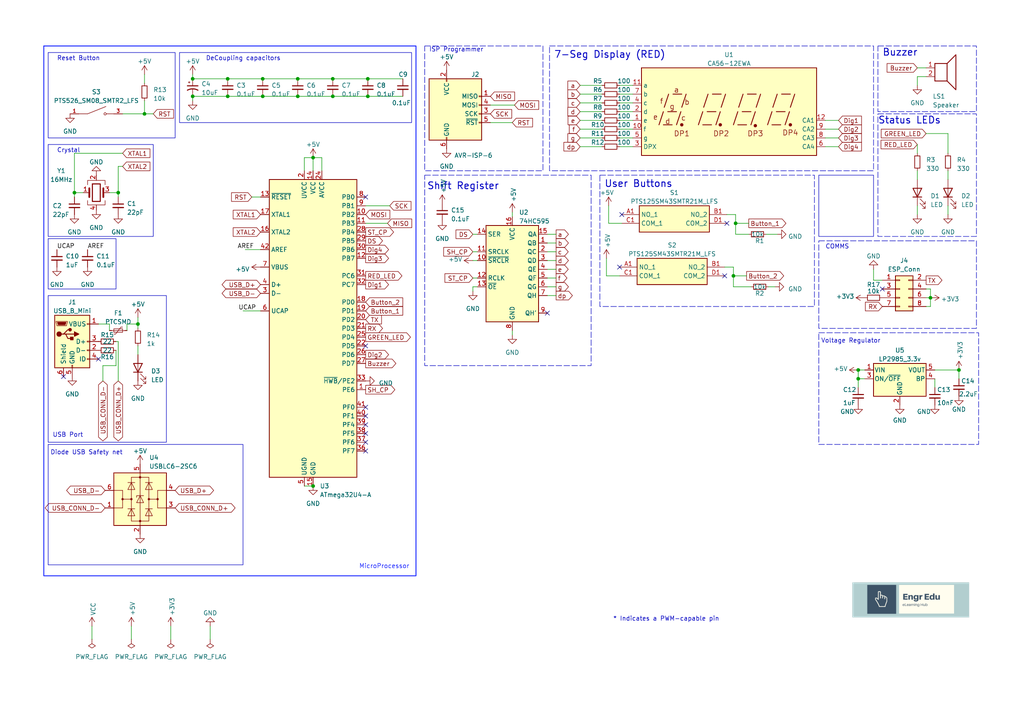
<source format=kicad_sch>
(kicad_sch (version 20230121) (generator eeschema)
  (paper "A4")
  (title_block (title "Arduino Uno Shield") (date "2023-03-22") (rev "1.0"))
  (lib_symbols
    (symbol "+5V_1" (power) (pin_names (offset 0))
      (property "Value" "+5V_1" (at 0 3.556 0))
      (symbol "+5V_1_1_1"
        (pin power_in line (at 0 0 90) (length 0) hide (name "+5V") (number "1"))
      )
    )
    (symbol "74xx:74HC595"
      (property "Reference" "U" (at -7.62 13.97 0))
      (property "Value" "74HC595" (at -7.62 -16.51 0))
      (symbol "74HC595_1_0"
        (pin tri_state line (at 10.16 7.62 180) (length 2.54) (name "QB") (number "1"))
        (pin input line (at -10.16 2.54 0) (length 2.54) (name "~{SRCLR}") (number "10"))
        (pin input line (at -10.16 5.08 0) (length 2.54) (name "SRCLK") (number "11"))
        (pin input line (at -10.16 -2.54 0) (length 2.54) (name "RCLK") (number "12"))
        (pin input line (at -10.16 -5.08 0) (length 2.54) (name "~{OE}") (number "13"))
        (pin input line (at -10.16 10.16 0) (length 2.54) (name "SER") (number "14"))
        (pin tri_state line (at 10.16 10.16 180) (length 2.54) (name "QA") (number "15"))
        (pin power_in line (at 0 15.24 270) (length 2.54) (name "VCC") (number "16"))
        (pin tri_state line (at 10.16 5.08 180) (length 2.54) (name "QC") (number "2"))
        (pin tri_state line (at 10.16 2.54 180) (length 2.54) (name "QD") (number "3"))
        (pin tri_state line (at 10.16 0 180) (length 2.54) (name "QE") (number "4"))
        (pin tri_state line (at 10.16 -2.54 180) (length 2.54) (name "QF") (number "5"))
        (pin tri_state line (at 10.16 -5.08 180) (length 2.54) (name "QG") (number "6"))
        (pin tri_state line (at 10.16 -7.62 180) (length 2.54) (name "QH") (number "7"))
        (pin power_in line (at 0 -17.78 90) (length 2.54) (name "GND") (number "8"))
        (pin output line (at 10.16 -12.7 180) (length 2.54) (name "QH'") (number "9"))
      )
    )
    (symbol "Connector:AVR-ISP-6" (pin_names (offset 1.016))
      (property "Reference" "J" (at -6.35 11.43 0))
      (property "Value" "AVR-ISP-6" (at 0 11.43 0))
      (symbol "AVR-ISP-6_1_1"
        (pin passive line (at 10.16 5.08 180) (length 2.54) (name "MISO") (number "1"))
        (pin passive line (at -2.54 12.7 270) (length 2.54) (name "VCC") (number "2"))
        (pin passive line (at 10.16 0 180) (length 2.54) (name "SCK") (number "3"))
        (pin passive line (at 10.16 2.54 180) (length 2.54) (name "MOSI") (number "4"))
        (pin passive line (at 10.16 -2.54 180) (length 2.54) (name "~{RST}") (number "5"))
        (pin passive line (at -2.54 -10.16 90) (length 2.54) (name "GND") (number "6"))
      )
    )
    (symbol "Connector:USB_B_Mini" (pin_names (offset 1.016))
      (property "Reference" "J" (at -5.08 11.43 0))
      (property "Value" "USB_B_Mini" (at -5.08 8.89 0))
      (symbol "USB_B_Mini_1_1"
        (pin power_out line (at 7.62 5.08 180) (length 2.54) (name "VBUS") (number "1"))
        (pin bidirectional line (at 7.62 -2.54 180) (length 2.54) (name "D-") (number "2"))
        (pin bidirectional line (at 7.62 0 180) (length 2.54) (name "D+") (number "3"))
        (pin passive line (at 7.62 -5.08 180) (length 2.54) (name "ID") (number "4"))
        (pin power_out line (at 0 -10.16 90) (length 2.54) (name "GND") (number "5"))
        (pin passive line (at -2.54 -10.16 90) (length 2.54) (name "Shield") (number "6"))
      )
    )
    (symbol "Connector_Generic:Conn_02x04_Odd_Even" (pin_names (offset 1.016) hide)
      (property "Reference" "J" (at 1.27 5.08 0))
      (property "Value" "Conn_02x04_Odd_Even" (at 1.27 -7.62 0))
      (symbol "Conn_02x04_Odd_Even_1_1"
        (pin passive line (at -5.08 2.54 0) (length 3.81) (name "Pin_1") (number "1"))
        (pin passive line (at 7.62 2.54 180) (length 3.81) (name "Pin_2") (number "2"))
        (pin passive line (at -5.08 0 0) (length 3.81) (name "Pin_3") (number "3"))
        (pin passive line (at 7.62 0 180) (length 3.81) (name "Pin_4") (number "4"))
        (pin passive line (at -5.08 -2.54 0) (length 3.81) (name "Pin_5") (number "5"))
        (pin passive line (at 7.62 -2.54 180) (length 3.81) (name "Pin_6") (number "6"))
        (pin passive line (at -5.08 -5.08 0) (length 3.81) (name "Pin_7") (number "7"))
        (pin passive line (at 7.62 -5.08 180) (length 3.81) (name "Pin_8") (number "8"))
      )
    )
    (symbol "Device:C_Polarized_Small_US" (pin_numbers hide) (pin_names (offset 0.254) hide)
      (property "Reference" "C" (at 0.254 1.778 0))
      (property "Value" "C_Polarized_Small_US" (at 0.254 -2.032 0))
      (symbol "C_Polarized_Small_US_1_1"
        (pin passive line (at 0 2.54 270) (length 2.032) (name "~") (number "1"))
        (pin passive line (at 0 -2.54 90) (length 2.032) (name "~") (number "2"))
      )
    )
    (symbol "Device:C_Small" (pin_numbers hide) (pin_names (offset 0.254) hide)
      (property "Reference" "C" (at 0.254 1.778 0))
      (property "Value" "C_Small" (at 0.254 -2.032 0))
      (symbol "C_Small_1_1"
        (pin passive line (at 0 2.54 270) (length 2.032) (name "~") (number "1"))
        (pin passive line (at 0 -2.54 90) (length 2.032) (name "~") (number "2"))
      )
    )
    (symbol "Device:Crystal_GND24" (pin_names (offset 1.016) hide)
      (property "Reference" "Y" (at 3.175 5.08 0))
      (property "Value" "Crystal_GND24" (at 3.175 3.175 0))
      (symbol "Crystal_GND24_1_1"
        (pin passive line (at -3.81 0 0) (length 1.27) (name "1") (number "1"))
        (pin passive line (at 0 5.08 270) (length 1.27) (name "2") (number "2"))
        (pin passive line (at 3.81 0 180) (length 1.27) (name "3") (number "3"))
        (pin passive line (at 0 -5.08 90) (length 1.27) (name "4") (number "4"))
      )
    )
    (symbol "Device:LED" (pin_numbers hide) (pin_names (offset 1.016) hide)
      (property "Reference" "D" (at 0 2.54 0))
      (property "Value" "LED" (at 0 -2.54 0))
      (symbol "LED_1_1"
        (pin passive line (at -3.81 0 0) (length 2.54) (name "K") (number "1"))
        (pin passive line (at 3.81 0 180) (length 2.54) (name "A") (number "2"))
      )
    )
    (symbol "Device:Polyfuse_Small" (pin_numbers hide) (pin_names (offset 0))
      (property "Reference" "F" (at -1.905 0 90))
      (property "Value" "Polyfuse_Small" (at 1.905 0 90))
      (symbol "Polyfuse_Small_1_1"
        (pin passive line (at 0 2.54 270) (length 0.635) (name "~") (number "1"))
        (pin passive line (at 0 -2.54 90) (length 0.635) (name "~") (number "2"))
      )
    )
    (symbol "Device:R_Small" (pin_numbers hide) (pin_names (offset 0.254) hide)
      (property "Reference" "R" (at 0.762 0.508 0))
      (property "Value" "R_Small" (at 0.762 -1.016 0))
      (symbol "R_Small_1_1"
        (pin passive line (at 0 2.54 270) (length 0.762) (name "~") (number "1"))
        (pin passive line (at 0 -2.54 90) (length 0.762) (name "~") (number "2"))
      )
    )
    (symbol "Device:Speaker" (pin_names (offset 0) hide)
      (property "Reference" "LS" (at 1.27 5.715 0))
      (property "Value" "Speaker" (at 1.27 3.81 0))
      (symbol "Speaker_1_1"
        (pin input line (at -5.08 0 0) (length 2.54) (name "1") (number "1"))
        (pin input line (at -5.08 -2.54 0) (length 2.54) (name "2") (number "2"))
      )
    )
    (symbol "Display_Character:CA56-12EWA"
      (property "Reference" "U" (at -24.13 13.97 0))
      (property "Value" "CA56-12EWA" (at 19.05 13.97 0))
      (symbol "CA56-12EWA_0_0"
        (text "a" (at -15.24 6.35 0) (effects (font (size 1.524 1.524))))
        (text "b" (at -12.192 2.794 0) (effects (font (size 1.524 1.524))))
        (text "c" (at -13.208 -1.778 0) (effects (font (size 1.524 1.524))))
        (text "d" (at -17.78 -2.794 0) (effects (font (size 1.524 1.524))))
        (text "DP1" (at -13.716 -6.35 0) (effects (font (size 1.524 1.524))))
        (text "DP2" (at -2.286 -6.35 0) (effects (font (size 1.524 1.524))))
        (text "DP3" (at 7.62 -6.35 0) (effects (font (size 1.524 1.524))))
        (text "DP4" (at 17.78 -6.096 0) (effects (font (size 1.524 1.524))))
        (text "e" (at -21.336 -1.524 0) (effects (font (size 1.524 1.524))))
        (text "f" (at -19.558 3.048 0) (effects (font (size 1.524 1.524))))
        (text "g" (at -16.51 1.524 0) (effects (font (size 1.524 1.524))))
      )
      (symbol "CA56-12EWA_1_1"
        (pin input line (at -27.94 -2.54 0) (length 2.54) (name "e") (number "1"))
        (pin input line (at -27.94 -5.08 0) (length 2.54) (name "f") (number "10"))
        (pin input line (at -27.94 7.62 0) (length 2.54) (name "a") (number "11"))
        (pin input line (at 27.94 -2.54 180) (length 2.54) (name "CA1") (number "12"))
        (pin input line (at -27.94 0 0) (length 2.54) (name "d") (number "2"))
        (pin input line (at -27.94 -10.16 0) (length 2.54) (name "DPX") (number "3"))
        (pin input line (at -27.94 2.54 0) (length 2.54) (name "c") (number "4"))
        (pin input line (at -27.94 -7.62 0) (length 2.54) (name "g") (number "5"))
        (pin input line (at 27.94 -10.16 180) (length 2.54) (name "CA4") (number "6"))
        (pin input line (at -27.94 5.08 0) (length 2.54) (name "b") (number "7"))
        (pin input line (at 27.94 -7.62 180) (length 2.54) (name "CA3") (number "8"))
        (pin input line (at 27.94 -5.08 180) (length 2.54) (name "CA2") (number "9"))
      )
    )
    (symbol "GND_1" (power) (pin_names (offset 0))
      (property "Value" "GND_1" (at 0 -3.81 0))
      (symbol "GND_1_1_1"
        (pin power_in line (at 0 0 270) (length 0) hide (name "GND") (number "1"))
      )
    )
    (symbol "GND_2" (power) (pin_names (offset 0))
      (property "Value" "GND_2" (at 0 -3.81 0))
      (symbol "GND_2_1_1"
        (pin power_in line (at 0 0 270) (length 0) hide (name "GND") (number "1"))
      )
    )
    (symbol "GND_3" (power) (pin_names (offset 0))
      (property "Value" "GND_3" (at 0 -3.81 0))
      (symbol "GND_3_1_1"
        (pin power_in line (at 0 0 270) (length 0) hide (name "GND") (number "1"))
      )
    )
    (symbol "MCU_Microchip_ATmega:ATmega32U4-A"
      (property "Reference" "U" (at -12.7 44.45 0))
      (property "Value" "ATmega32U4-A" (at 2.54 -44.45 0))
      (symbol "ATmega32U4-A_1_1"
        (pin bidirectional line (at 15.24 -17.78 180) (length 2.54) (name "PE6") (number "1"))
        (pin bidirectional line (at 15.24 33.02 180) (length 2.54) (name "PB2") (number "10"))
        (pin bidirectional line (at 15.24 30.48 180) (length 2.54) (name "PB3") (number "11"))
        (pin bidirectional line (at 15.24 20.32 180) (length 2.54) (name "PB7") (number "12"))
        (pin input line (at -15.24 38.1 0) (length 2.54) (name "~{RESET}") (number "13"))
        (pin power_in line (at 0 45.72 270) (length 2.54) (name "VCC") (number "14"))
        (pin power_in line (at 0 -45.72 90) (length 2.54) (name "GND") (number "15"))
        (pin output line (at -15.24 27.94 0) (length 2.54) (name "XTAL2") (number "16"))
        (pin input line (at -15.24 33.02 0) (length 2.54) (name "XTAL1") (number "17"))
        (pin bidirectional line (at 15.24 7.62 180) (length 2.54) (name "PD0") (number "18"))
        (pin bidirectional line (at 15.24 5.08 180) (length 2.54) (name "PD1") (number "19"))
        (pin power_in line (at -2.54 45.72 270) (length 2.54) (name "UVCC") (number "2"))
        (pin bidirectional line (at 15.24 2.54 180) (length 2.54) (name "PD2") (number "20"))
        (pin bidirectional line (at 15.24 0 180) (length 2.54) (name "PD3") (number "21"))
        (pin bidirectional line (at 15.24 -5.08 180) (length 2.54) (name "PD5") (number "22"))
        (pin passive line (at 0 -45.72 90) (length 2.54) hide (name "GND") (number "23"))
        (pin power_in line (at 2.54 45.72 270) (length 2.54) (name "AVCC") (number "24"))
        (pin bidirectional line (at 15.24 -2.54 180) (length 2.54) (name "PD4") (number "25"))
        (pin bidirectional line (at 15.24 -7.62 180) (length 2.54) (name "PD6") (number "26"))
        (pin bidirectional line (at 15.24 -10.16 180) (length 2.54) (name "PD7") (number "27"))
        (pin bidirectional line (at 15.24 27.94 180) (length 2.54) (name "PB4") (number "28"))
        (pin bidirectional line (at 15.24 25.4 180) (length 2.54) (name "PB5") (number "29"))
        (pin bidirectional line (at -15.24 10.16 0) (length 2.54) (name "D-") (number "3"))
        (pin bidirectional line (at 15.24 22.86 180) (length 2.54) (name "PB6") (number "30"))
        (pin bidirectional line (at 15.24 15.24 180) (length 2.54) (name "PC6") (number "31"))
        (pin bidirectional line (at 15.24 12.7 180) (length 2.54) (name "PC7") (number "32"))
        (pin bidirectional line (at 15.24 -15.24 180) (length 2.54) (name "~{HWB}/PE2") (number "33"))
        (pin passive line (at 0 45.72 270) (length 2.54) hide (name "VCC") (number "34"))
        (pin passive line (at 0 -45.72 90) (length 2.54) hide (name "GND") (number "35"))
        (pin bidirectional line (at 15.24 -35.56 180) (length 2.54) (name "PF7") (number "36"))
        (pin bidirectional line (at 15.24 -33.02 180) (length 2.54) (name "PF6") (number "37"))
        (pin bidirectional line (at 15.24 -30.48 180) (length 2.54) (name "PF5") (number "38"))
        (pin bidirectional line (at 15.24 -27.94 180) (length 2.54) (name "PF4") (number "39"))
        (pin bidirectional line (at -15.24 12.7 0) (length 2.54) (name "D+") (number "4"))
        (pin bidirectional line (at 15.24 -25.4 180) (length 2.54) (name "PF1") (number "40"))
        (pin bidirectional line (at 15.24 -22.86 180) (length 2.54) (name "PF0") (number "41"))
        (pin passive line (at -15.24 22.86 0) (length 2.54) (name "AREF") (number "42"))
        (pin passive line (at 0 -45.72 90) (length 2.54) hide (name "GND") (number "43"))
        (pin passive line (at 2.54 45.72 270) (length 2.54) hide (name "AVCC") (number "44"))
        (pin passive line (at -2.54 -45.72 90) (length 2.54) (name "UGND") (number "5"))
        (pin passive line (at -15.24 5.08 0) (length 2.54) (name "UCAP") (number "6"))
        (pin input line (at -15.24 17.78 0) (length 2.54) (name "VBUS") (number "7"))
        (pin bidirectional line (at 15.24 38.1 180) (length 2.54) (name "PB0") (number "8"))
        (pin bidirectional line (at 15.24 35.56 180) (length 2.54) (name "PB1") (number "9"))
      )
    )
    (symbol "PTS125_SMD_Button:PTS125SM43SMTR21M_LFS"
      (property "Reference" "S" (at 26.67 7.62 0))
      (property "Value" "PTS125SM43SMTR21M_LFS" (at 26.67 5.08 0))
      (symbol "PTS125SM43SMTR21M_LFS_1_1"
        (pin passive line (at 0 0 0) (length 5.08) (name "NO_1") (number "A1"))
        (pin passive line (at 30.48 0 180) (length 5.08) (name "NO_2") (number "B1"))
        (pin passive line (at 0 -2.54 0) (length 5.08) (name "COM_1") (number "C1"))
        (pin passive line (at 30.48 -2.54 180) (length 5.08) (name "COM_2") (number "D1"))
      )
    )
    (symbol "PTS526_SMD_Button:PTS526_SM08_SMTR2_LFS" (pin_names (offset 1.016))
      (property "Reference" "S" (at -2.54 2.54 0))
      (property "Value" "PTS526_SM08_SMTR2_LFS" (at -2.54 -2.54 0))
      (symbol "PTS526_SM08_SMTR2_LFS_0_0"
        (pin passive line (at -7.62 0 0) (length 2.54) (name "~") (number "1"))
        (pin passive line (at 7.62 0 180) (length 2.54) (name "~") (number "3"))
      )
    )
    (symbol "Power_Protection:USBLC6-2SC6" (pin_names hide)
      (property "Reference" "U" (at 2.54 8.89 0))
      (property "Value" "USBLC6-2SC6" (at 2.54 -8.89 0))
      (symbol "USBLC6-2SC6_1_1"
        (pin passive line (at -10.16 -2.54 0) (length 2.54) (name "I/O1") (number "1"))
        (pin passive line (at 0 -10.16 90) (length 2.54) (name "GND") (number "2"))
        (pin passive line (at 10.16 -2.54 180) (length 2.54) (name "I/O2") (number "3"))
        (pin passive line (at 10.16 2.54 180) (length 2.54) (name "I/O2") (number "4"))
        (pin passive line (at 0 10.16 270) (length 2.54) (name "VBUS") (number "5"))
        (pin passive line (at -10.16 2.54 0) (length 2.54) (name "I/O1") (number "6"))
      )
    )
    (symbol "Regulator_Linear:LP2985-3.3" (pin_names (offset 0.254))
      (property "Reference" "U" (at -6.35 5.715 0))
      (property "Value" "LP2985-3.3" (at 0 5.715 0))
      (symbol "LP2985-3.3_1_1"
        (pin power_in line (at -10.16 2.54 0) (length 2.54) (name "VIN") (number "1"))
        (pin power_in line (at 0 -7.62 90) (length 2.54) (name "GND") (number "2"))
        (pin input line (at -10.16 0 0) (length 2.54) (name "ON/~{OFF}") (number "3"))
        (pin input line (at 10.16 0 180) (length 2.54) (name "BP") (number "4"))
        (pin power_out line (at 10.16 2.54 180) (length 2.54) (name "VOUT") (number "5"))
      )
    )
    (symbol "power:+3V3" (power) (pin_names (offset 0))
      (property "Value" "+3V3" (at 0 3.556 0))
      (symbol "+3V3_1_1"
        (pin power_in line (at 0 0 90) (length 0) hide (name "+3V3") (number "1"))
      )
    )
    (symbol "power:+5V" (power) (pin_names (offset 0))
      (property "Value" "+5V" (at 0 3.556 0))
      (symbol "+5V_1_1"
        (pin power_in line (at 0 0 90) (length 0) hide (name "+5V") (number "1"))
      )
    )
    (symbol "power:GND" (power) (pin_names (offset 0))
      (property "Value" "GND" (at 0 -3.81 0))
      (symbol "GND_1_1"
        (pin power_in line (at 0 0 270) (length 0) hide (name "GND") (number "1"))
      )
    )
    (symbol "power:PWR_FLAG" (power) (pin_numbers hide) (pin_names (offset 0) hide)
      (property "Value" "PWR_FLAG" (at 0 3.81 0))
      (symbol "PWR_FLAG_0_0"
        (pin power_out line (at 0 0 90) (length 0) (name "pwr") (number "1"))
      )
    )
    (symbol "power:VCC" (power) (pin_names (offset 0))
      (property "Value" "VCC" (at 0 3.81 0))
      (symbol "VCC_1_1"
        (pin power_in line (at 0 0 90) (length 0) hide (name "VCC") (number "1"))
      )
    )
  )
  (junction (at 269.875 86.36))
  (junction (at 212.725 80.01))
  (junction (at 40.005 93.98))
  (junction (at 76.2 22.86))
  (junction (at 66.04 27.94))
  (junction (at 213.36 64.77))
  (junction (at 21.59 55.88))
  (junction (at 76.2 27.94))
  (junction (at 248.92 107.315))
  (junction (at 96.52 27.94))
  (junction (at 248.92 109.855))
  (junction (at 41.91 33.02))
  (junction (at 106.68 22.86))
  (junction (at 90.805 140.97))
  (junction (at 55.88 27.94))
  (junction (at 86.36 27.94))
  (junction (at 86.36 22.86))
  (junction (at 66.04 22.86))
  (junction (at 90.805 45.72))
  (junction (at 96.52 22.86))
  (junction (at 106.68 27.94))
  (junction (at 34.29 55.88))
  (junction (at 278.13 107.315))
  (junction (at 55.88 22.86))
  (no_connect (at 106.045 125.73))
  (no_connect (at 28.575 104.14))
  (no_connect (at 179.705 77.47))
  (no_connect (at 210.185 80.01))
  (no_connect (at 106.045 118.11))
  (no_connect (at 180.34 62.23))
  (no_connect (at 106.045 123.19))
  (no_connect (at 255.905 83.82))
  (no_connect (at 210.82 64.77))
  (no_connect (at 106.045 130.81))
  (no_connect (at 18.415 109.22))
  (no_connect (at 158.75 90.805))
  (no_connect (at 106.045 128.27))
  (no_connect (at 106.045 57.15))
  (no_connect (at 106.045 100.33))
  (no_connect (at 106.045 120.65))
  (wire (pts (xy 26.67 181.61) (xy 26.67 185.42)))
  (wire (pts (xy 148.59 95.885) (xy 148.59 97.155)))
  (wire (pts (xy 212.725 77.47) (xy 212.725 80.01)))
  (wire (pts (xy 212.725 80.01) (xy 212.725 83.185)))
  (wire (pts (xy 179.705 29.845) (xy 183.515 29.845)))
  (wire (pts (xy 21.59 55.88) (xy 21.59 57.15)))
  (wire (pts (xy 213.36 67.945) (xy 217.17 67.945)))
  (wire (pts (xy 34.29 55.88) (xy 34.29 57.15)))
  (wire (pts (xy 96.52 27.94) (xy 106.68 27.94)))
  (wire (pts (xy 88.265 140.97) (xy 90.805 140.97)))
  (wire (pts (xy 60.96 181.61) (xy 60.96 185.42)))
  (wire (pts (xy 222.25 67.945) (xy 225.425 67.945)))
  (wire (pts (xy 269.875 83.82) (xy 269.875 86.36)))
  (wire (pts (xy 31.75 55.88) (xy 34.29 55.88)))
  (wire (pts (xy 266.065 22.225) (xy 266.065 24.765)))
  (wire (pts (xy 158.75 67.945) (xy 161.29 67.945)))
  (wire (pts (xy 66.04 27.94) (xy 76.2 27.94)))
  (wire (pts (xy 212.725 80.01) (xy 216.535 80.01)))
  (wire (pts (xy 180.34 64.77) (xy 176.53 64.77)))
  (wire (pts (xy 213.36 64.77) (xy 213.36 67.945)))
  (wire (pts (xy 34.29 55.88) (xy 34.29 48.26)))
  (wire (pts (xy 40.005 100.33) (xy 40.005 102.87)))
  (wire (pts (xy 266.065 49.53) (xy 266.065 52.07)))
  (wire (pts (xy 34.29 99.06) (xy 34.29 110.49)))
  (wire (pts (xy 29.845 106.045) (xy 29.845 110.49)))
  (wire (pts (xy 268.605 86.36) (xy 269.875 86.36)))
  (wire (pts (xy 70.485 90.17) (xy 75.565 90.17)))
  (wire (pts (xy 137.16 73.025) (xy 138.43 73.025)))
  (wire (pts (xy 38.1 181.61) (xy 38.1 185.42)))
  (wire (pts (xy 34.29 48.26) (xy 35.56 48.26)))
  (wire (pts (xy 168.275 29.845) (xy 174.625 29.845)))
  (wire (pts (xy 266.065 19.685) (xy 268.605 19.685)))
  (wire (pts (xy 239.395 37.465) (xy 243.205 37.465)))
  (wire (pts (xy 76.2 22.86) (xy 86.36 22.86)))
  (wire (pts (xy 40.005 92.075) (xy 40.005 93.98)))
  (wire (pts (xy 49.53 181.61) (xy 49.53 185.42)))
  (wire (pts (xy 168.275 27.305) (xy 174.625 27.305)))
  (wire (pts (xy 268.605 88.9) (xy 269.875 88.9)))
  (wire (pts (xy 210.82 62.23) (xy 213.36 62.23)))
  (wire (pts (xy 138.43 83.185) (xy 137.16 83.185)))
  (wire (pts (xy 93.345 49.53) (xy 93.345 45.72)))
  (wire (pts (xy 21.59 55.88) (xy 21.59 44.45)))
  (wire (pts (xy 274.955 49.53) (xy 274.955 52.07)))
  (wire (pts (xy 168.275 34.925) (xy 174.625 34.925)))
  (wire (pts (xy 148.59 61.595) (xy 148.59 62.865)))
  (wire (pts (xy 88.265 45.72) (xy 90.805 45.72)))
  (wire (pts (xy 86.36 27.94) (xy 96.52 27.94)))
  (wire (pts (xy 88.265 49.53) (xy 88.265 45.72)))
  (wire (pts (xy 66.04 22.86) (xy 76.2 22.86)))
  (wire (pts (xy 168.275 37.465) (xy 174.625 37.465)))
  (wire (pts (xy 137.16 67.945) (xy 138.43 67.945)))
  (wire (pts (xy 179.705 24.765) (xy 183.515 24.765)))
  (wire (pts (xy 33.655 101.6) (xy 33.655 106.045)))
  (wire (pts (xy 213.36 64.77) (xy 217.17 64.77)))
  (wire (pts (xy 268.605 83.82) (xy 269.875 83.82)))
  (wire (pts (xy 250.825 109.855) (xy 248.92 109.855)))
  (wire (pts (xy 222.885 83.185) (xy 224.79 83.185)))
  (wire (pts (xy 274.955 59.69) (xy 274.955 62.23)))
  (wire (pts (xy 158.75 80.645) (xy 161.29 80.645)))
  (wire (pts (xy 239.395 40.005) (xy 243.205 40.005)))
  (wire (pts (xy 41.91 21.59) (xy 41.91 24.13)))
  (wire (pts (xy 271.145 109.855) (xy 271.145 112.395)))
  (wire (pts (xy 137.16 75.565) (xy 138.43 75.565)))
  (wire (pts (xy 179.705 32.385) (xy 183.515 32.385)))
  (wire (pts (xy 40.005 93.98) (xy 40.005 95.25)))
  (wire (pts (xy 31.75 93.98) (xy 31.75 95.885)))
  (wire (pts (xy 269.875 88.9) (xy 269.875 86.36)))
  (wire (pts (xy 213.36 62.23) (xy 213.36 64.77)))
  (wire (pts (xy 86.36 22.86) (xy 96.52 22.86)))
  (wire (pts (xy 212.725 83.185) (xy 217.805 83.185)))
  (wire (pts (xy 168.275 42.545) (xy 174.625 42.545)))
  (wire (pts (xy 255.905 81.28) (xy 253.365 81.28)))
  (wire (pts (xy 24.13 55.88) (xy 21.59 55.88)))
  (wire (pts (xy 268.605 22.225) (xy 266.065 22.225)))
  (wire (pts (xy 90.805 45.72) (xy 90.805 49.53)))
  (wire (pts (xy 41.91 33.02) (xy 44.45 33.02)))
  (wire (pts (xy 106.68 22.86) (xy 116.84 22.86)))
  (wire (pts (xy 271.145 107.315) (xy 278.13 107.315)))
  (wire (pts (xy 137.16 83.185) (xy 137.16 84.455)))
  (wire (pts (xy 179.705 40.005) (xy 183.515 40.005)))
  (wire (pts (xy 33.655 106.045) (xy 29.845 106.045)))
  (wire (pts (xy 158.75 73.025) (xy 161.29 73.025)))
  (wire (pts (xy 248.92 109.855) (xy 248.92 107.315)))
  (wire (pts (xy 179.705 27.305) (xy 183.515 27.305)))
  (wire (pts (xy 168.275 32.385) (xy 174.625 32.385)))
  (wire (pts (xy 35.56 33.02) (xy 41.91 33.02)))
  (wire (pts (xy 179.705 37.465) (xy 183.515 37.465)))
  (wire (pts (xy 55.88 27.94) (xy 66.04 27.94)))
  (wire (pts (xy 76.2 27.94) (xy 86.36 27.94)))
  (wire (pts (xy 142.24 30.48) (xy 149.225 30.48)))
  (wire (pts (xy 274.955 38.735) (xy 274.955 44.45)))
  (wire (pts (xy 96.52 22.86) (xy 106.68 22.86)))
  (wire (pts (xy 21.59 44.45) (xy 35.56 44.45)))
  (wire (pts (xy 55.88 22.86) (xy 66.04 22.86)))
  (wire (pts (xy 73.025 57.15) (xy 75.565 57.15)))
  (wire (pts (xy 158.75 75.565) (xy 161.29 75.565)))
  (wire (pts (xy 239.395 42.545) (xy 243.205 42.545)))
  (wire (pts (xy 158.75 78.105) (xy 161.29 78.105)))
  (wire (pts (xy 176.53 64.77) (xy 176.53 59.69)))
  (wire (pts (xy 158.75 70.485) (xy 161.29 70.485)))
  (wire (pts (xy 248.92 109.855) (xy 248.92 112.395)))
  (wire (pts (xy 55.88 21.59) (xy 55.88 22.86)))
  (wire (pts (xy 142.24 35.56) (xy 148.59 35.56)))
  (wire (pts (xy 168.275 24.765) (xy 174.625 24.765)))
  (wire (pts (xy 168.275 40.005) (xy 174.625 40.005)))
  (wire (pts (xy 278.13 107.315) (xy 278.13 109.855)))
  (wire (pts (xy 248.92 107.315) (xy 250.825 107.315)))
  (wire (pts (xy 253.365 81.28) (xy 253.365 78.105)))
  (wire (pts (xy 268.605 38.735) (xy 274.955 38.735)))
  (wire (pts (xy 36.83 95.885) (xy 36.83 93.98)))
  (wire (pts (xy 266.065 41.91) (xy 266.065 44.45)))
  (wire (pts (xy 266.065 59.69) (xy 266.065 62.23)))
  (wire (pts (xy 55.88 27.94) (xy 55.88 29.21)))
  (wire (pts (xy 106.045 59.69) (xy 113.03 59.69)))
  (wire (pts (xy 175.895 80.01) (xy 175.895 74.93)))
  (wire (pts (xy 210.185 77.47) (xy 212.725 77.47)))
  (wire (pts (xy 41.91 29.21) (xy 41.91 33.02)))
  (wire (pts (xy 33.655 99.06) (xy 34.29 99.06)))
  (wire (pts (xy 106.68 27.94) (xy 116.84 27.94)))
  (wire (pts (xy 179.705 34.925) (xy 183.515 34.925)))
  (wire (pts (xy 158.75 85.725) (xy 161.29 85.725)))
  (wire (pts (xy 90.805 45.72) (xy 93.345 45.72)))
  (wire (pts (xy 239.395 34.925) (xy 243.205 34.925)))
  (wire (pts (xy 179.705 80.01) (xy 175.895 80.01)))
  (wire (pts (xy 71.12 72.39) (xy 75.565 72.39)))
  (wire (pts (xy 137.16 80.645) (xy 138.43 80.645)))
  (wire (pts (xy 36.83 93.98) (xy 40.005 93.98)))
  (wire (pts (xy 106.045 64.77) (xy 112.395 64.77)))
  (wire (pts (xy 158.75 83.185) (xy 161.29 83.185)))
  (wire (pts (xy 28.575 93.98) (xy 31.75 93.98)))
  (wire (pts (xy 179.705 42.545) (xy 183.515 42.545)))
  (rectangle (start 237.49 96.52) (end 283.845 128.905) (stroke (width 0) (type dash)))
  (rectangle (start 13.97 69.215) (end 33.655 83.82))
  (rectangle (start 237.49 50.8) (end 253.365 68.58) (fill (type color)))
  (rectangle (start 13.97 41.91) (end 44.45 68.58))
  (rectangle (start 13.97 15.24) (end 50.8 40.005))
  (rectangle (start 254.635 33.02) (end 283.21 68.58) (stroke (width 0) (type dash)))
  (rectangle (start 52.07 15.24) (end 119.38 35.56))
  (rectangle (start 13.97 128.905) (end 70.485 163.83))
  (rectangle (start 12.7 13.335) (end 120.65 167.005) (stroke (width 0.25) (color 11 26 255 1)))
  (rectangle (start 254.635 13.335) (end 283.21 32.385) (stroke (width 0) (type dash)))
  (rectangle (start 123.19 13.335) (end 157.48 49.53) (stroke (width 0) (type dash)))
  (rectangle (start 173.99 50.8) (end 236.22 88.9) (stroke (width 0) (type dash)))
  (rectangle (start 237.49 69.85) (end 283.21 95.25) (stroke (width 0) (type dash)))
  (rectangle (start 123.19 50.8) (end 171.45 106.045) (stroke (width 0) (type dash)))
  (rectangle (start 13.97 85.725) (end 48.26 128.27))
  (rectangle (start 159.385 13.335) (end 253.365 49.53) (stroke (width 0) (type dash)))
  (image (at 264.16 173.99) (scale 0.800628))
  (text "Shift Register" (at 123.825 55.245 0) (effects (font (size 2 2) (thickness 0.254) bold) (justify left bottom)))
  (text "USB Port" (at 15.24 127 0) (effects (font (size 1.27 1.27)) (justify left bottom)))
  (text "Voltage Regulator" (at 238.125 99.695 0) (effects (font (size 1.27 1.27)) (justify left bottom)))
  (text "Status LEDs" (at 254.635 36.195 0) (effects (font (size 2 2) (thickness 0.254) bold) (justify left bottom)))
  (text "MicroProcessor" (at 104.14 165.1 0) (effects (font (size 1.27 1.27)) (justify left bottom)))
  (text "DeCoupling capacitors" (at 59.69 17.78 0) (effects (font (size 1.27 1.27)) (justify left bottom)))
  (text "User Buttons" (at 175.26 54.61 0) (effects (font (size 2 2) (thickness 0.254) bold) (justify left bottom)))
  (text "Buzzer" (at 255.905 16.51 0) (effects (font (size 2 2) (thickness 0.254) bold) (justify left bottom)))
  (text "ISP Programmer\n" (at 124.46 15.24 0) (effects (font (size 1.27 1.27)) (justify left bottom)))
  (text "Reset Button" (at 16.51 17.78 0) (effects (font (size 1.27 1.27)) (justify left bottom)))
  (text "* Indicates a PWM-capable pin" (at 177.8 180.34 0) (effects (font (size 1.27 1.27)) (justify left bottom)))
  (text "COMMS" (at 239.395 72.39 0) (effects (font (size 1.27 1.27)) (justify left bottom)))
  (text "Crystal\n" (at 16.51 44.45 0) (effects (font (size 1.27 1.27)) (justify left bottom)))
  (text "7-Seg Display (RED)" (at 160.655 17.145 0) (effects (font (size 2 2) (thickness 0.254) bold) (justify left bottom)))
  (text "Diode USB Safety net" (at 14.605 132.08 0) (effects (font (size 1.27 1.27)) (justify left bottom)))
  (label "UCAP" (at 74.295 90.17 180))
  (label "AREF" (at 25.4 72.39 0))
  (label "UCAP" (at 16.51 72.39 0))
  (label "AREF" (at 73.66 72.39 180))
  (global_label "e" (shape output) (at 161.29 78.105 0) (property "Intersheetrefs" "${INTERSHEET_REFS}" (effects hide)))
  (global_label "Button_1" (shape output) (at 217.17 64.77 0) (property "Intersheetrefs" "${INTERSHEET_REFS}" (effects hide)))
  (global_label "XTAL1" (shape input) (at 35.56 44.45 0) (property "Intersheetrefs" "${INTERSHEET_REFS}" (effects hide)))
  (global_label "RST" (shape input) (at 44.45 33.02 0) (property "Intersheetrefs" "${INTERSHEET_REFS}" (effects hide)))
  (global_label "g" (shape output) (at 161.29 83.185 0) (property "Intersheetrefs" "${INTERSHEET_REFS}" (effects hide)))
  (global_label "TX" (shape input) (at 106.045 92.71 0) (property "Intersheetrefs" "${INTERSHEET_REFS}" (effects hide)))
  (global_label "USB_D+" (shape bidirectional) (at 75.565 82.55 180) (property "Intersheetrefs" "${INTERSHEET_REFS}" (effects hide)))
  (global_label "MISO" (shape input) (at 142.24 27.94 0) (property "Intersheetrefs" "${INTERSHEET_REFS}" (effects hide)))
  (global_label "dp" (shape output) (at 161.29 85.725 0) (property "Intersheetrefs" "${INTERSHEET_REFS}" (effects hide)))
  (global_label "USB_D-" (shape bidirectional) (at 30.48 142.24 180) (property "Intersheetrefs" "${INTERSHEET_REFS}" (effects hide)))
  (global_label "USB_D+" (shape bidirectional) (at 50.8 142.24 0) (property "Intersheetrefs" "${INTERSHEET_REFS}" (effects hide)))
  (global_label "b" (shape input) (at 168.275 27.305 180) (property "Intersheetrefs" "${INTERSHEET_REFS}" (effects hide)))
  (global_label "SCK" (shape input) (at 113.03 59.69 0) (property "Intersheetrefs" "${INTERSHEET_REFS}" (effects hide)))
  (global_label "f" (shape output) (at 161.29 80.645 0) (property "Intersheetrefs" "${INTERSHEET_REFS}" (effects hide)))
  (global_label "ST_CP" (shape input) (at 137.16 80.645 180) (property "Intersheetrefs" "${INTERSHEET_REFS}" (effects hide)))
  (global_label "USB_CONN_D-" (shape bidirectional) (at 29.845 110.49 270) (property "Intersheetrefs" "${INTERSHEET_REFS}" (effects hide)))
  (global_label "RST" (shape input) (at 148.59 35.56 0) (property "Intersheetrefs" "${INTERSHEET_REFS}" (effects hide)))
  (global_label "SH_CP" (shape output) (at 106.045 113.03 0) (property "Intersheetrefs" "${INTERSHEET_REFS}" (effects hide)))
  (global_label "d" (shape input) (at 168.275 32.385 180) (property "Intersheetrefs" "${INTERSHEET_REFS}" (effects hide)))
  (global_label "a" (shape input) (at 168.275 24.765 180) (property "Intersheetrefs" "${INTERSHEET_REFS}" (effects hide)))
  (global_label "USB_CONN_D+" (shape bidirectional) (at 50.8 147.32 0) (property "Intersheetrefs" "${INTERSHEET_REFS}" (effects hide)))
  (global_label "TX" (shape output) (at 268.605 81.28 0) (property "Intersheetrefs" "${INTERSHEET_REFS}" (effects hide)))
  (global_label "c" (shape output) (at 161.29 73.025 0) (property "Intersheetrefs" "${INTERSHEET_REFS}" (effects hide)))
  (global_label "ST_CP" (shape output) (at 106.045 67.31 0) (property "Intersheetrefs" "${INTERSHEET_REFS}" (effects hide)))
  (global_label "MOSI" (shape input) (at 149.225 30.48 0) (property "Intersheetrefs" "${INTERSHEET_REFS}" (effects hide)))
  (global_label "g" (shape input) (at 168.275 40.005 180) (property "Intersheetrefs" "${INTERSHEET_REFS}" (effects hide)))
  (global_label "Dig3" (shape output) (at 106.045 74.93 0) (property "Intersheetrefs" "${INTERSHEET_REFS}" (effects hide)))
  (global_label "Dig1" (shape input) (at 243.205 34.925 0) (property "Intersheetrefs" "${INTERSHEET_REFS}" (effects hide)))
  (global_label "RST" (shape input) (at 73.025 57.15 180) (property "Intersheetrefs" "${INTERSHEET_REFS}" (effects hide)))
  (global_label "Button_1" (shape input) (at 106.045 90.17 0) (property "Intersheetrefs" "${INTERSHEET_REFS}" (effects hide)))
  (global_label "GREEN_LED" (shape input) (at 268.605 38.735 180) (property "Intersheetrefs" "${INTERSHEET_REFS}" (effects hide)))
  (global_label "a" (shape output) (at 161.29 67.945 0) (property "Intersheetrefs" "${INTERSHEET_REFS}" (effects hide)))
  (global_label "Dig2" (shape input) (at 243.205 37.465 0) (property "Intersheetrefs" "${INTERSHEET_REFS}" (effects hide)))
  (global_label "XTAL2" (shape input) (at 75.565 67.31 180) (property "Intersheetrefs" "${INTERSHEET_REFS}" (effects hide)))
  (global_label "DS" (shape input) (at 137.16 67.945 180) (property "Intersheetrefs" "${INTERSHEET_REFS}" (effects hide)))
  (global_label "SH_CP" (shape input) (at 137.16 73.025 180) (property "Intersheetrefs" "${INTERSHEET_REFS}" (effects hide)))
  (global_label "Button_2" (shape output) (at 216.535 80.01 0) (property "Intersheetrefs" "${INTERSHEET_REFS}" (effects hide)))
  (global_label "Dig4" (shape input) (at 243.205 42.545 0) (property "Intersheetrefs" "${INTERSHEET_REFS}" (effects hide)))
  (global_label "SCK" (shape input) (at 142.24 33.02 0) (property "Intersheetrefs" "${INTERSHEET_REFS}" (effects hide)))
  (global_label "DS" (shape output) (at 106.045 69.85 0) (property "Intersheetrefs" "${INTERSHEET_REFS}" (effects hide)))
  (global_label "RX" (shape output) (at 106.045 95.25 0) (property "Intersheetrefs" "${INTERSHEET_REFS}" (effects hide)))
  (global_label "USB_CONN_D+" (shape bidirectional) (at 34.29 110.49 270) (property "Intersheetrefs" "${INTERSHEET_REFS}" (effects hide)))
  (global_label "c" (shape input) (at 168.275 29.845 180) (property "Intersheetrefs" "${INTERSHEET_REFS}" (effects hide)))
  (global_label "RED_LED" (shape output) (at 106.045 80.01 0) (property "Intersheetrefs" "${INTERSHEET_REFS}" (effects hide)))
  (global_label "XTAL1" (shape input) (at 75.565 62.23 180) (property "Intersheetrefs" "${INTERSHEET_REFS}" (effects hide)))
  (global_label "MOSI" (shape input) (at 106.045 62.23 0) (property "Intersheetrefs" "${INTERSHEET_REFS}" (effects hide)))
  (global_label "dp" (shape input) (at 168.275 42.545 180) (property "Intersheetrefs" "${INTERSHEET_REFS}" (effects hide)))
  (global_label "Button_2" (shape input) (at 106.045 87.63 0) (property "Intersheetrefs" "${INTERSHEET_REFS}" (effects hide)))
  (global_label "Dig3" (shape input) (at 243.205 40.005 0) (property "Intersheetrefs" "${INTERSHEET_REFS}" (effects hide)))
  (global_label "Buzzer" (shape input) (at 266.065 19.685 180) (property "Intersheetrefs" "${INTERSHEET_REFS}" (effects hide)))
  (global_label "USB_D-" (shape bidirectional) (at 75.565 85.09 180) (property "Intersheetrefs" "${INTERSHEET_REFS}" (effects hide)))
  (global_label "MISO" (shape input) (at 112.395 64.77 0) (property "Intersheetrefs" "${INTERSHEET_REFS}" (effects hide)))
  (global_label "USB_CONN_D-" (shape bidirectional) (at 30.48 147.32 180) (property "Intersheetrefs" "${INTERSHEET_REFS}" (effects hide)))
  (global_label "RX" (shape input) (at 255.905 88.9 180) (property "Intersheetrefs" "${INTERSHEET_REFS}" (effects hide)))
  (global_label "Dig4" (shape output) (at 106.045 72.39 0) (property "Intersheetrefs" "${INTERSHEET_REFS}" (effects hide)))
  (global_label "Dig1" (shape output) (at 106.045 82.55 0) (property "Intersheetrefs" "${INTERSHEET_REFS}" (effects hide)))
  (global_label "d" (shape output) (at 161.29 75.565 0) (property "Intersheetrefs" "${INTERSHEET_REFS}" (effects hide)))
  (global_label "XTAL2" (shape input) (at 35.56 48.26 0) (property "Intersheetrefs" "${INTERSHEET_REFS}" (effects hide)))
  (global_label "e" (shape input) (at 168.275 34.925 180) (property "Intersheetrefs" "${INTERSHEET_REFS}" (effects hide)))
  (global_label "f" (shape input) (at 168.275 37.465 180) (property "Intersheetrefs" "${INTERSHEET_REFS}" (effects hide)))
  (global_label "Dig2" (shape output) (at 106.045 102.87 0) (property "Intersheetrefs" "${INTERSHEET_REFS}" (effects hide)))
  (global_label "b" (shape output) (at 161.29 70.485 0) (property "Intersheetrefs" "${INTERSHEET_REFS}" (effects hide)))
  (global_label "RED_LED" (shape input) (at 266.065 41.91 180) (property "Intersheetrefs" "${INTERSHEET_REFS}" (effects hide)))
  (global_label "Buzzer" (shape output) (at 106.045 105.41 0) (property "Intersheetrefs" "${INTERSHEET_REFS}" (effects hide)))
  (global_label "GREEN_LED" (shape output) (at 106.045 97.79 0) (property "Intersheetrefs" "${INTERSHEET_REFS}" (effects hide)))
  (symbol (lib_id "power:+5V") (at 175.895 74.93 0) (unit 1)
    (property "Reference" "#PWR014" (effects hide))
    (property "Value" "+5V" (at 176.2506 71.882 90) (effects (justify left)))
  )
  (symbol (lib_id "Connector_Generic:Conn_02x04_Odd_Even") (at 260.985 83.82 0) (unit 1)
    (property "Reference" "J4" (at 262.255 75.565 0))
    (property "Value" "ESP_Conn" (at 262.255 78.105 0))
    (property "Footprint" "Connector_PinSocket_2.54mm:PinSocket_2x04_P2.54mm_Vertical" (effects hide))
  )
  (symbol (lib_id "74xx:74HC595") (at 148.59 78.105 0) (unit 1)
    (property "Reference" "U2" (at 150.5459 61.595 0) (effects (justify left)))
    (property "Value" "74HC595" (at 150.5459 64.135 0) (effects (justify left)))
    (property "Footprint" "Package_SO:TSSOP-16_4.4x5mm_P0.65mm" (effects hide))
    (property "Datasheet" "http://www.ti.com/lit/ds/symlink/sn74hc595.pdf" (effects hide))
  )
  (symbol (lib_id "Device:R_Small") (at 253.365 86.36 90) (unit 1)
    (property "Reference" "R17" (at 253.365 82.55 90))
    (property "Value" "10k" (at 253.365 84.455 90))
    (property "Footprint" "Resistor_SMD:R_0603_1608Metric" (effects hide))
  )
  (symbol (lib_id "power:GND") (at 90.805 140.97 0) (unit 1)
    (property "Reference" "#PWR022" (effects hide))
    (property "Value" "GND" (at 90.805 146.05 0))
  )
  (symbol (lib_id "power:PWR_FLAG") (at 26.67 185.42 180) (unit 1)
    (property "Reference" "#FLG01" (effects hide))
    (property "Value" "PWR_FLAG" (at 26.67 190.5 0))
  )
  (symbol (lib_id "power:+5V") (at 128.27 59.055 0) (unit 1)
    (property "Reference" "#PWR047" (effects hide))
    (property "Value" "+5V" (at 128.6256 56.007 90) (effects (justify left)))
  )
  (symbol (lib_id "Device:LED") (at 266.065 55.88 90) (unit 1)
    (property "Reference" "D1" (at 269.875 56.8325 90) (effects (justify right)))
    (property "Value" "LED" (at 269.875 59.3725 90) (effects (justify right)))
    (property "Footprint" "LED_SMD:LED_0805_2012Metric" (effects hide))
  )
  (symbol (lib_id "power:GND") (at 253.365 78.105 180) (unit 1)
    (property "Reference" "#PWR038" (effects hide))
    (property "Value" "GND" (at 253.365 74.295 0))
  )
  (symbol (lib_name "GND_1") (lib_id "power:GND") (at 129.54 43.18 0) (unit 1)
    (property "Reference" "#PWR035" (effects hide))
    (property "Value" "GND" (at 129.54 48.26 0))
  )
  (symbol (lib_id "Device:C_Small") (at 128.27 61.595 0) (unit 1)
    (property "Reference" "C15" (at 130.81 60.9663 0) (effects (justify left)))
    (property "Value" "0.1uF" (at 130.81 63.5063 0) (effects (justify left)))
    (property "Footprint" "Capacitor_SMD:C_0603_1608Metric" (effects hide))
  )
  (symbol (lib_id "power:+3V3") (at 278.13 107.315 0) (unit 1)
    (property "Reference" "#PWR040" (effects hide))
    (property "Value" "+3.3V" (at 278.511 104.267 90) (effects (justify left)))
  )
  (symbol (lib_id "power:GND") (at 25.4 77.47 0) (unit 1)
    (property "Reference" "#PWR027" (effects hide))
    (property "Value" "GND" (at 25.4 82.55 0))
  )
  (symbol (lib_id "power:GND") (at 55.88 29.21 0) (unit 1)
    (property "Reference" "#PWR024" (effects hide))
    (property "Value" "GND" (at 55.88 34.29 0))
  )
  (symbol (lib_id "Device:C_Small") (at 278.13 112.395 0) (unit 1)
    (property "Reference" "C14" (at 278.765 110.49 0) (effects (justify left)))
    (property "Value" "2.2uF" (at 278.13 114.3 0) (effects (justify left)))
    (property "Footprint" "Capacitor_SMD:C_0603_1608Metric" (effects hide))
  )
  (symbol (lib_id "PTS125_SMD_Button:PTS125SM43SMTR21M_LFS") (at 179.705 77.47 0) (unit 1)
    (property "Reference" "S2" (at 194.945 71.12 0))
    (property "Value" "PTS125SM43SMTR21M_LFS" (at 194.945 73.66 0))
    (property "Footprint" "PTS125_SMD_Button:PTS125_SMD_Button" (effects hide))
    (property "Datasheet" "https://www.ckswitches.com/media/1462/pts125.pdf" (effects hide))
    (property "Height" "4.3" (effects hide))
    (property "Manufacturer_Name" "C & K COMPONENTS" (effects hide))
    (property "Manufacturer_Part_Number" "PTS125SM43SMTR21M LFS" (effects hide))
    (property "Mouser Part Number" "611-PTS125S43SMTRLFS" (effects hide))
    (property "Mouser Price/Stock" "https://www.mouser.co.uk/ProductDetail/CK/PTS125SM43SMTR21M-LFS?qs=t7xnP681wgUNXpRGJY2Vkw%3D%3D" (effects hide))
  )
  (symbol (lib_id "Device:C_Small") (at 248.92 114.935 0) (unit 1)
    (property "Reference" "C12" (at 244.475 113.03 0) (effects (justify left)))
    (property "Value" "1uF" (at 244.475 116.84 0) (effects (justify left)))
    (property "Footprint" "Capacitor_SMD:C_0603_1608Metric" (effects hide))
  )
  (symbol (lib_id "power:GND") (at 16.51 77.47 0) (unit 1)
    (property "Reference" "#PWR026" (effects hide))
    (property "Value" "GND" (at 16.51 82.55 0))
  )
  (symbol (lib_id "Device:C_Small") (at 76.2 25.4 0) (unit 1)
    (property "Reference" "C5" (at 78.74 24.7713 0) (effects (justify left)))
    (property "Value" "0.1uF" (at 78.74 27.3113 0) (effects (justify left)))
    (property "Footprint" "Capacitor_SMD:C_0603_1608Metric" (effects hide))
  )
  (symbol (lib_id "Power_Protection:USBLC6-2SC6") (at 40.64 144.78 0) (unit 1)
    (property "Reference" "U4" (at 43.2817 132.715 0) (effects (justify left)))
    (property "Value" "USBLC6-2SC6" (at 43.2817 135.255 0) (effects (justify left)))
    (property "Footprint" "Package_TO_SOT_SMD:SOT-23-6" (effects hide))
    (property "Datasheet" "https://www.st.com/resource/en/datasheet/usblc6-2.pdf" (effects hide))
  )
  (symbol (lib_id "Device:Crystal_GND24") (at 27.94 55.88 0) (unit 1)
    (property "Reference" "Y1" (at 17.78 49.53 0))
    (property "Value" "16MHz" (at 17.78 52.07 0))
    (property "Footprint" "Crystal:Crystal_SMD_Abracon_ABM8G-4Pin_3.2x2.5mm" (effects hide))
  )
  (symbol (lib_id "power:GND") (at 21.59 62.23 0) (unit 1)
    (property "Reference" "#PWR021" (effects hide))
    (property "Value" "GND" (at 21.59 67.31 0))
  )
  (symbol (lib_id "power:PWR_FLAG") (at 38.1 185.42 180) (unit 1)
    (property "Reference" "#FLG02" (effects hide))
    (property "Value" "PWR_FLAG" (at 38.1 190.5 0))
  )
  (symbol (lib_id "Device:R_Small") (at 31.115 101.6 270) (unit 1)
    (property "Reference" "R16" (at 31.115 103.505 90))
    (property "Value" "22" (at 31.115 101.6 90))
    (property "Footprint" "Resistor_SMD:R_0603_1608Metric" (effects hide))
  )
  (symbol (lib_id "Device:R_Small") (at 31.115 99.06 90) (unit 1)
    (property "Reference" "R15" (at 31.115 97.155 90))
    (property "Value" "22" (at 31.115 99.06 90))
    (property "Footprint" "Resistor_SMD:R_0603_1608Metric" (effects hide))
  )
  (symbol (lib_id "Device:R_Small") (at 177.165 32.385 90) (unit 1)
    (property "Reference" "R8" (at 173.355 31.115 90))
    (property "Value" "100" (at 180.975 31.115 90))
    (property "Footprint" "Resistor_SMD:R_0805_2012Metric" (effects hide))
  )
  (symbol (lib_id "power:+5V") (at 148.59 61.595 0) (unit 1)
    (property "Reference" "#PWR07" (effects hide))
    (property "Value" "+5V" (at 148.9456 58.547 90) (effects (justify left)))
  )
  (symbol (lib_id "power:+5V") (at 248.92 107.315 90) (unit 1)
    (property "Reference" "#PWR041" (effects hide))
    (property "Value" "+5V" (at 245.872 106.9594 90) (effects (justify left)))
  )
  (symbol (lib_name "+5V_1") (lib_id "power:+5V") (at 40.005 92.075 0) (unit 1)
    (property "Reference" "#PWR030" (effects hide))
    (property "Value" "+5V" (at 40.005 88.265 0))
  )
  (symbol (lib_name "+5V_1") (lib_id "power:+5V") (at 40.64 134.62 0) (unit 1)
    (property "Reference" "#PWR032" (effects hide))
    (property "Value" "+5V" (at 40.64 130.81 0))
  )
  (symbol (lib_id "power:GND") (at 248.92 117.475 0) (unit 1)
    (property "Reference" "#PWR042" (effects hide))
    (property "Value" "GND" (at 245.745 119.38 0))
  )
  (symbol (lib_id "Device:C_Small") (at 96.52 25.4 0) (unit 1)
    (property "Reference" "C7" (at 99.06 24.7713 0) (effects (justify left)))
    (property "Value" "0.1uF" (at 99.06 27.3113 0) (effects (justify left)))
    (property "Footprint" "Capacitor_SMD:C_0603_1608Metric" (effects hide))
  )
  (symbol (lib_id "Device:R_Small") (at 219.71 67.945 90) (unit 1)
    (property "Reference" "R1" (at 220.345 69.85 90))
    (property "Value" "10k" (at 219.71 67.945 90))
    (property "Footprint" "Resistor_SMD:R_0603_1608Metric" (effects hide))
  )
  (symbol (lib_id "Device:R_Small") (at 220.345 83.185 90) (unit 1)
    (property "Reference" "R2" (at 220.345 85.09 90))
    (property "Value" "10k" (at 220.345 83.185 90))
    (property "Footprint" "Resistor_SMD:R_0603_1608Metric" (effects hide))
  )
  (symbol (lib_id "power:GND") (at 20.32 33.02 0) (unit 1)
    (property "Reference" "#PWR01" (effects hide))
    (property "Value" "GND" (at 20.32 38.1 0))
  )
  (symbol (lib_id "power:+5V") (at 38.1 181.61 0) (unit 1)
    (property "Reference" "#PWR018" (effects hide))
    (property "Value" "+5V" (at 38.4556 178.562 90) (effects (justify left)))
  )
  (symbol (lib_id "Device:R_Small") (at 177.165 29.845 90) (unit 1)
    (property "Reference" "R7" (at 173.355 28.575 90))
    (property "Value" "100" (at 180.975 28.575 90))
    (property "Footprint" "Resistor_SMD:R_0805_2012Metric" (effects hide))
  )
  (symbol (lib_id "Connector:AVR-ISP-6") (at 132.08 33.02 0) (unit 1)
    (property "Reference" "J2" (at 139.065 21.59 0) (effects (justify right)))
    (property "Value" "AVR-ISP-6" (at 142.875 45.085 0) (effects (justify right)))
    (property "Footprint" "Connector_PinSocket_2.54mm:PinSocket_2x03_P2.54mm_Vertical" (effects hide))
    (property "Datasheet" " ~" (effects hide))
  )
  (symbol (lib_id "Device:LED") (at 274.955 55.88 90) (unit 1)
    (property "Reference" "D2" (at 278.765 56.8325 90) (effects (justify right)))
    (property "Value" "LED" (at 278.765 59.3725 90) (effects (justify right)))
    (property "Footprint" "LED_SMD:LED_0805_2012Metric" (effects hide))
  )
  (symbol (lib_id "Device:C_Small") (at 66.04 25.4 0) (unit 1)
    (property "Reference" "C3" (at 68.58 24.7713 0) (effects (justify left)))
    (property "Value" "0.1uF" (at 68.58 27.3113 0) (effects (justify left)))
    (property "Footprint" "Capacitor_SMD:C_0603_1608Metric" (effects hide))
  )
  (symbol (lib_id "Regulator_Linear:LP2985-3.3") (at 260.985 109.855 0) (unit 1)
    (property "Reference" "U5" (at 260.985 101.6 0))
    (property "Value" "LP2985_3.3v" (at 260.985 104.14 0))
    (property "Footprint" "Package_TO_SOT_SMD:SOT-23-5" (effects hide))
    (property "Datasheet" "http://www.ti.com/lit/ds/symlink/lp2985.pdf" (effects hide))
  )
  (symbol (lib_id "power:GND") (at 278.13 114.935 0) (unit 1)
    (property "Reference" "#PWR044" (effects hide))
    (property "Value" "GND" (at 278.13 118.745 0))
  )
  (symbol (lib_id "Device:R_Small") (at 41.91 26.67 0) (unit 1)
    (property "Reference" "R13" (at 44.45 26.035 0) (effects (justify left)))
    (property "Value" "10k" (at 44.45 28.575 0) (effects (justify left)))
    (property "Footprint" "Resistor_SMD:R_0603_1608Metric" (effects hide))
  )
  (symbol (lib_id "power:VCC") (at 26.67 181.61 0) (unit 1)
    (property "Reference" "#PWR017" (effects hide))
    (property "Value" "VCC" (at 27.051 178.562 90) (effects (justify left)))
  )
  (symbol (lib_id "power:PWR_FLAG") (at 49.53 185.42 180) (unit 1)
    (property "Reference" "#FLG03" (effects hide))
    (property "Value" "PWR_FLAG" (at 49.53 190.5 0))
  )
  (symbol (lib_id "Device:R_Small") (at 177.165 37.465 90) (unit 1)
    (property "Reference" "R10" (at 173.355 36.195 90))
    (property "Value" "100" (at 180.975 36.195 90))
    (property "Footprint" "Resistor_SMD:R_0805_2012Metric" (effects hide))
  )
  (symbol (lib_id "power:GND") (at 27.94 60.96 0) (unit 1)
    (property "Reference" "#PWR03" (effects hide))
    (property "Value" "GND" (at 27.94 66.04 0))
  )
  (symbol (lib_id "power:GND") (at 40.64 154.94 0) (unit 1)
    (property "Reference" "#PWR033" (effects hide))
    (property "Value" "GND" (at 40.64 160.02 0))
  )
  (symbol (lib_id "power:GND") (at 106.045 110.49 90) (unit 1)
    (property "Reference" "#PWR045" (effects hide))
    (property "Value" "GND" (at 109.855 111.125 90) (effects (justify right)))
  )
  (symbol (lib_id "power:PWR_FLAG") (at 60.96 185.42 180) (unit 1)
    (property "Reference" "#FLG04" (effects hide))
    (property "Value" "PWR_FLAG" (at 60.96 190.5 0))
  )
  (symbol (lib_id "power:GND") (at 40.005 110.49 0) (unit 1)
    (property "Reference" "#PWR031" (effects hide))
    (property "Value" "GND" (at 40.005 115.57 0))
  )
  (symbol (lib_id "Device:R_Small") (at 40.005 97.79 0) (unit 1)
    (property "Reference" "R14" (at 42.545 97.155 0) (effects (justify left)))
    (property "Value" "1k" (at 42.545 99.695 0) (effects (justify left)))
    (property "Footprint" "Resistor_SMD:R_0603_1608Metric" (effects hide))
  )
  (symbol (lib_id "Device:C_Small") (at 21.59 59.69 0) (unit 1)
    (property "Reference" "C2" (at 15.24 59.69 0) (effects (justify left)))
    (property "Value" "22pF" (at 15.24 62.23 0) (effects (justify left)))
    (property "Footprint" "Capacitor_SMD:C_0603_1608Metric" (effects hide))
  )
  (symbol (lib_id "Device:R_Small") (at 266.065 46.99 0) (unit 1)
    (property "Reference" "R3" (at 268.605 46.355 0) (effects (justify left)))
    (property "Value" "330" (at 268.605 48.895 0) (effects (justify left)))
    (property "Footprint" "Resistor_SMD:R_0805_2012Metric" (effects hide))
  )
  (symbol (lib_name "GND_1") (lib_id "power:GND") (at 224.79 83.185 90) (unit 1)
    (property "Reference" "#PWR015" (effects hide))
    (property "Value" "GND" (at 228.6 83.82 90) (effects (justify right)))
  )
  (symbol (lib_id "PTS125_SMD_Button:PTS125SM43SMTR21M_LFS") (at 180.34 62.23 0) (unit 1)
    (property "Reference" "S1" (at 195.58 55.88 0))
    (property "Value" "PTS125SM43SMTR21M_LFS" (at 195.58 58.42 0))
    (property "Footprint" "PTS125_SMD_Button:PTS125_SMD_Button" (effects hide))
    (property "Datasheet" "https://www.ckswitches.com/media/1462/pts125.pdf" (effects hide))
    (property "Height" "4.3" (effects hide))
    (property "Manufacturer_Name" "C & K COMPONENTS" (effects hide))
    (property "Manufacturer_Part_Number" "PTS125SM43SMTR21M LFS" (effects hide))
    (property "Mouser Part Number" "611-PTS125S43SMTRLFS" (effects hide))
    (property "Mouser Price/Stock" "https://www.mouser.co.uk/ProductDetail/CK/PTS125SM43SMTR21M-LFS?qs=t7xnP681wgUNXpRGJY2Vkw%3D%3D" (effects hide))
  )
  (symbol (lib_id "power:GND") (at 271.145 117.475 0) (unit 1)
    (property "Reference" "#PWR043" (effects hide))
    (property "Value" "GND" (at 267.97 119.38 0))
  )
  (symbol (lib_name "GND_1") (lib_id "power:GND") (at 60.96 181.61 180) (unit 1)
    (property "Reference" "#PWR011" (effects hide))
    (property "Value" "GND" (at 60.96 177.8 0))
  )
  (symbol (lib_name "GND_1") (lib_id "power:GND") (at 128.27 64.135 0) (unit 1)
    (property "Reference" "#PWR046" (effects hide))
    (property "Value" "GND" (at 128.27 69.215 0))
  )
  (symbol (lib_id "PTS526_SMD_Button:PTS526_SM08_SMTR2_LFS") (at 27.94 33.02 0) (unit 1)
    (property "Reference" "S3" (at 27.94 26.67 0))
    (property "Value" "PTS526_SM08_SMTR2_LFS" (at 27.94 29.21 0))
    (property "Footprint" "PTS526_SMD_Button:PTS526_SMD_Button" (effects hide))
    (property "STANDARD" "Manufacturer Recommendations" (effects hide))
    (property "MANUFACTURER" "C&K" (effects hide))
    (property "PARTREV" "20 mar 19" (effects hide))
    (property "MAXIMUM_PACKAGE_HEIGHT" "0.95mm" (effects hide))
  )
  (symbol (lib_id "Device:R_Small") (at 177.165 24.765 90) (unit 1)
    (property "Reference" "R5" (at 173.355 23.495 90))
    (property "Value" "100" (at 180.975 23.495 90))
    (property "Footprint" "Resistor_SMD:R_0805_2012Metric" (effects hide))
  )
  (symbol (lib_name "+5V_1") (lib_id "power:+5V") (at 55.88 21.59 0) (unit 1)
    (property "Reference" "#PWR025" (effects hide))
    (property "Value" "+5V" (at 55.88 17.78 0))
  )
  (symbol (lib_id "power:+5V") (at 137.16 75.565 90) (unit 1)
    (property "Reference" "#PWR09" (effects hide))
    (property "Value" "+5V" (at 134.112 75.2094 90) (effects (justify left)))
  )
  (symbol (lib_id "power:GND") (at 27.94 50.8 180) (unit 1)
    (property "Reference" "#PWR04" (effects hide))
    (property "Value" "GND" (at 27.94 46.99 0))
  )
  (symbol (lib_name "GND_1") (lib_id "power:GND") (at 137.16 84.455 0) (unit 1)
    (property "Reference" "#PWR08" (effects hide))
    (property "Value" "GND" (at 137.16 89.535 0))
  )
  (symbol (lib_id "Display_Character:CA56-12EWA") (at 211.455 32.385 0) (unit 1)
    (property "Reference" "U1" (at 211.455 15.875 0))
    (property "Value" "CA56-12EWA" (at 211.455 18.415 0))
    (property "Footprint" "Display_7Segment:CA56-12EWA" (effects hide))
    (property "Datasheet" "http://cdn.sparkfun.com/datasheets/Components/LED/1LEDREDCC.pdf" (effects hide))
  )
  (symbol (lib_id "Device:C_Small") (at 116.84 25.4 0) (unit 1)
    (property "Reference" "C9" (at 115.57 21.59 0) (effects (justify left)))
    (property "Value" "0.1uF" (at 113.665 29.845 0) (effects (justify left)))
    (property "Footprint" "Capacitor_SMD:C_0603_1608Metric" (effects hide))
  )
  (symbol (lib_id "Device:C_Small") (at 86.36 25.4 0) (unit 1)
    (property "Reference" "C6" (at 88.9 24.7713 0) (effects (justify left)))
    (property "Value" "0.1uF" (at 88.9 27.3113 0) (effects (justify left)))
    (property "Footprint" "Capacitor_SMD:C_0603_1608Metric" (effects hide))
  )
  (symbol (lib_id "Device:C_Small") (at 34.29 59.69 0) (unit 1)
    (property "Reference" "C1" (at 36.83 59.0613 0) (effects (justify left)))
    (property "Value" "22pF" (at 36.83 61.6013 0) (effects (justify left)))
    (property "Footprint" "Capacitor_SMD:C_0603_1608Metric" (effects hide))
  )
  (symbol (lib_id "Device:C_Small") (at 25.4 74.93 0) (unit 1)
    (property "Reference" "C11" (at 27.94 74.3013 0) (effects (justify left)))
    (property "Value" "0.1uF" (at 27.94 76.8413 0) (effects (justify left)))
    (property "Footprint" "Capacitor_SMD:C_0603_1608Metric" (effects hide))
  )
  (symbol (lib_name "GND_2") (lib_id "power:GND") (at 274.955 62.23 0) (unit 1)
    (property "Reference" "#PWR020" (effects hide))
    (property "Value" "GND" (at 274.955 67.31 0))
  )
  (symbol (lib_id "Device:R_Small") (at 177.165 40.005 90) (unit 1)
    (property "Reference" "R11" (at 173.355 38.735 90))
    (property "Value" "100" (at 180.975 38.735 90))
    (property "Footprint" "Resistor_SMD:R_0805_2012Metric" (effects hide))
  )
  (symbol (lib_id "Device:R_Small") (at 274.955 46.99 0) (unit 1)
    (property "Reference" "R4" (at 277.495 46.355 0) (effects (justify left)))
    (property "Value" "330" (at 277.495 48.895 0) (effects (justify left)))
    (property "Footprint" "Resistor_SMD:R_0805_2012Metric" (effects hide))
  )
  (symbol (lib_id "Device:R_Small") (at 177.165 27.305 90) (unit 1)
    (property "Reference" "R6" (at 173.355 26.035 90))
    (property "Value" "100" (at 180.975 26.035 90))
    (property "Footprint" "Resistor_SMD:R_0805_2012Metric" (effects hide))
  )
  (symbol (lib_id "power:+3V3") (at 250.825 86.36 90) (unit 1)
    (property "Reference" "#PWR037" (effects hide))
    (property "Value" "+3.3V" (at 247.777 85.979 90) (effects (justify left)))
  )
  (symbol (lib_name "GND_1") (lib_id "power:GND") (at 266.065 24.765 0) (unit 1)
    (property "Reference" "#PWR016" (effects hide))
    (property "Value" "GND" (at 266.065 29.845 0))
  )
  (symbol (lib_id "Device:C_Small") (at 271.145 114.935 0) (unit 1)
    (property "Reference" "C13" (at 271.78 113.03 0) (effects (justify left)))
    (property "Value" "10nF" (at 271.78 116.84 0) (effects (justify left)))
    (property "Footprint" "Capacitor_SMD:C_0603_1608Metric" (effects hide))
  )
  (symbol (lib_name "GND_3") (lib_id "power:GND") (at 148.59 97.155 0) (unit 1)
    (property "Reference" "#PWR06" (effects hide))
    (property "Value" "GND" (at 148.59 102.235 0))
  )
  (symbol (lib_id "Connector:USB_B_Mini") (at 20.955 99.06 0) (unit 1)
    (property "Reference" "J1" (at 20.955 87.63 0))
    (property "Value" "USB_B_Mini" (at 20.955 90.17 0))
    (property "Footprint" "Connector_USB:USB_Mini-B_Lumberg_2486_01_Horizontal" (effects hide))
  )
  (symbol (lib_id "Device:Polyfuse_Small") (at 34.29 95.885 90) (unit 1)
    (property "Reference" "F1" (at 34.29 90.805 90))
    (property "Value" "PTCSMD" (at 34.29 93.345 90))
    (property "Footprint" "Fuse:Fuse_1812_4532Metric" (effects hide))
  )
  (symbol (lib_name "+5V_1") (lib_id "power:+5V") (at 41.91 21.59 0) (unit 1)
    (property "Reference" "#PWR02" (effects hide))
    (property "Value" "+5V" (at 41.91 17.78 0))
  )
  (symbol (lib_id "power:+3V3") (at 269.875 86.36 270) (unit 1)
    (property "Reference" "#PWR036" (effects hide))
    (property "Value" "+3.3V" (at 272.923 86.741 90) (effects (justify left)))
  )
  (symbol (lib_id "Device:C_Small") (at 106.68 25.4 0) (unit 1)
    (property "Reference" "C8" (at 109.22 24.7713 0) (effects (justify left)))
    (property "Value" "0.1uF" (at 109.22 27.3113 0) (effects (justify left)))
    (property "Footprint" "Capacitor_SMD:C_0603_1608Metric" (effects hide))
  )
  (symbol (lib_id "power:GND") (at 20.955 109.22 0) (unit 1)
    (property "Reference" "#PWR029" (effects hide))
    (property "Value" "GND" (at 20.955 114.3 0))
  )
  (symbol (lib_id "Device:C_Small") (at 16.51 74.93 0) (unit 1)
    (property "Reference" "C10" (at 19.05 74.3013 0) (effects (justify left)))
    (property "Value" "1uF" (at 19.05 76.8413 0) (effects (justify left)))
    (property "Footprint" "Capacitor_SMD:C_0603_1608Metric" (effects hide))
  )
  (symbol (lib_name "+5V_1") (lib_id "power:+5V") (at 90.805 45.72 0) (unit 1)
    (property "Reference" "#PWR023" (effects hide))
    (property "Value" "+5V" (at 90.805 41.91 0))
  )
  (symbol (lib_id "Device:R_Small") (at 177.165 34.925 90) (unit 1)
    (property "Reference" "R9" (at 173.355 33.655 90))
    (property "Value" "100" (at 180.975 33.655 90))
    (property "Footprint" "Resistor_SMD:R_0805_2012Metric" (effects hide))
  )
  (symbol (lib_id "Device:LED") (at 40.005 106.68 90) (unit 1)
    (property "Reference" "D3" (at 43.815 107.6325 90) (effects (justify right)))
    (property "Value" "LED" (at 43.815 110.1725 90) (effects (justify right)))
    (property "Footprint" "LED_SMD:LED_0805_2012Metric" (effects hide))
  )
  (symbol (lib_id "Device:Speaker") (at 273.685 19.685 0) (unit 1)
    (property "Reference" "LS1" (at 270.51 27.94 0) (effects (justify left)))
    (property "Value" "Speaker" (at 270.51 30.48 0) (effects (justify left)))
    (property "Footprint" "Buzzer_Beeper:Buzzer_12x9.5RM7.6" (effects hide))
    (property "Datasheet" "https://www.digikey.com/en/products/detail/cui-devices/CMI-1295IC-0585T/11674150?utm_adgroup=Alarms%2C%20Buzzers%2C%20and%20Sirens&utm_source=google&utm_medium=cpc&utm_campaign=Shopping_Product_Audio%20Products_NEW&utm_term=&utm_content=Alarms%2C%20Buzzers%2C%20and%20Sirens&gclid=CjwKCAjwzuqgBhAcEiwAdj5dRt8nz1IuytFLjx3uwWgVUeIhfTmZ3ysWix6dXCToN1KqcPwJXCrWqhoCtbEQAvD_BwE" (effects hide))
  )
  (symbol (lib_name "+5V_1") (lib_id "power:+5V") (at 75.565 77.47 90) (unit 1)
    (property "Reference" "#PWR028" (effects hide))
    (property "Value" "+5V" (at 72.39 78.105 90) (effects (justify left)))
  )
  (symbol (lib_id "MCU_Microchip_ATmega:ATmega32U4-A") (at 90.805 95.25 0) (unit 1)
    (property "Reference" "U3" (at 92.7609 140.97 0) (effects (justify left)))
    (property "Value" "ATmega32U4-A" (at 92.7609 143.51 0) (effects (justify left)))
    (property "Footprint" "Package_QFP:TQFP-44_10x10mm_P0.8mm" (effects hide))
    (property "Datasheet" "http://ww1.microchip.com/downloads/en/DeviceDoc/Atmel-7766-8-bit-AVR-ATmega16U4-32U4_Datasheet.pdf" (effects hide))
  )
  (symbol (lib_id "power:+5V") (at 176.53 59.69 0) (unit 1)
    (property "Reference" "#PWR013" (effects hide))
    (property "Value" "+5V" (at 173.99 55.88 0) (effects (justify left)))
  )
  (symbol (lib_name "GND_1") (lib_id "power:GND") (at 266.065 62.23 0) (unit 1)
    (property "Reference" "#PWR010" (effects hide))
    (property "Value" "GND" (at 266.065 67.31 0))
  )
  (symbol (lib_id "power:+3V3") (at 49.53 181.61 0) (unit 1)
    (property "Reference" "#PWR019" (effects hide))
    (property "Value" "+3.3V" (at 49.911 178.562 90) (effects (justify left)))
  )
  (symbol (lib_id "Device:C_Polarized_Small_US") (at 55.88 25.4 0) (unit 1)
    (property "Reference" "C4" (at 58.42 24.3332 0) (effects (justify left)))
    (property "Value" "10uF" (at 58.42 26.8732 0) (effects (justify left)))
    (property "Footprint" "Capacitor_SMD:C_0805_2012Metric" (effects hide))
  )
  (symbol (lib_id "Device:R_Small") (at 177.165 42.545 90) (unit 1)
    (property "Reference" "R12" (at 173.355 41.275 90))
    (property "Value" "100" (at 180.975 41.275 90))
    (property "Footprint" "Resistor_SMD:R_0805_2012Metric" (effects hide))
  )
  (symbol (lib_name "+5V_1") (lib_id "power:+5V") (at 129.54 20.32 0) (unit 1)
    (property "Reference" "#PWR034" (effects hide))
    (property "Value" "+5V" (at 129.54 16.51 0))
  )
  (symbol (lib_name "GND_1") (lib_id "power:GND") (at 225.425 67.945 90) (unit 1)
    (property "Reference" "#PWR012" (effects hide))
    (property "Value" "GND" (at 228.6 68.58 90) (effects (justify right)))
  )
  (symbol (lib_id "power:GND") (at 260.985 117.475 0) (unit 1)
    (property "Reference" "#PWR039" (effects hide))
    (property "Value" "GND" (at 260.985 121.92 0))
  )
  (symbol (lib_id "power:GND") (at 34.29 62.23 0) (unit 1)
    (property "Reference" "#PWR05" (effects hide))
    (property "Value" "GND" (at 34.29 67.31 0))
  )
)
</source>
